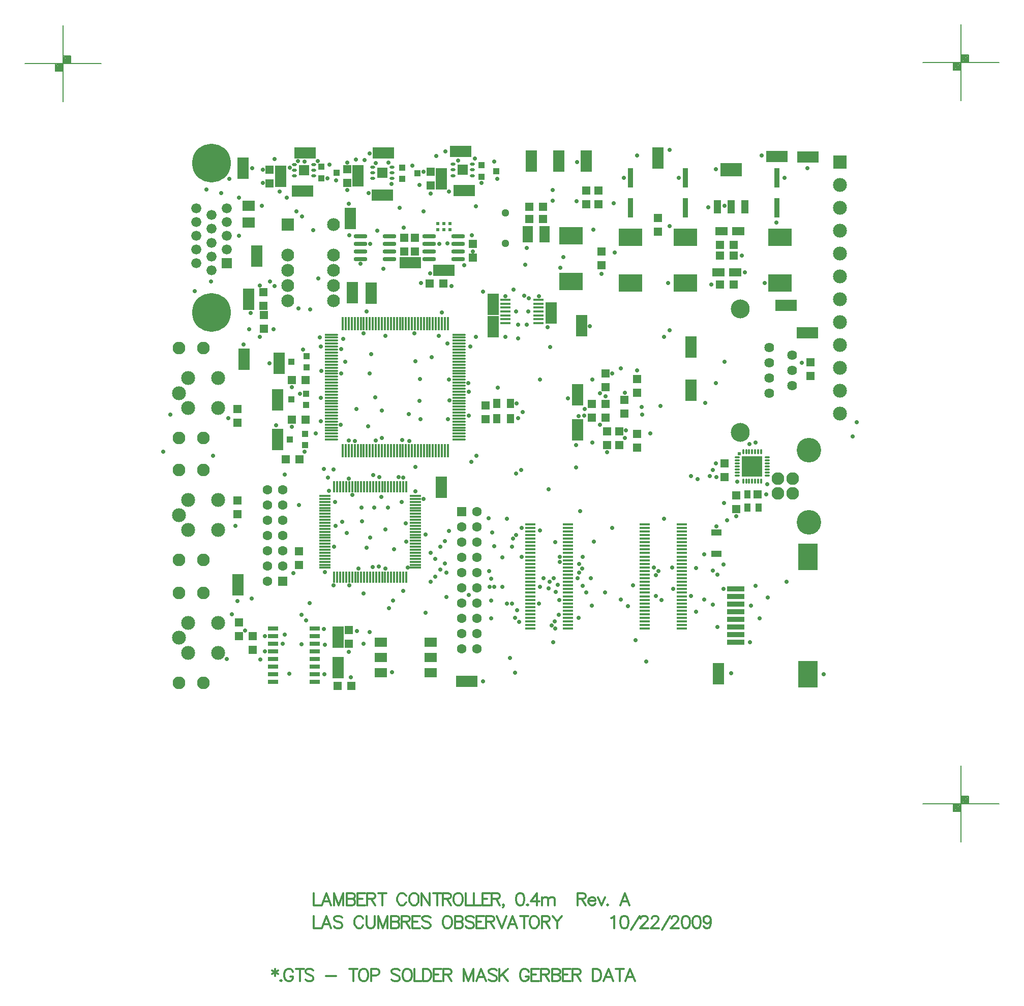
<source format=gts>
%FSLAX23Y23*%
%MOIN*%
G70*
G01*
G75*
G04 Layer_Color=8388736*
%ADD10R,0.050X0.050*%
%ADD11R,0.035X0.053*%
%ADD12R,0.053X0.053*%
%ADD13R,0.050X0.050*%
%ADD14R,0.070X0.135*%
%ADD15O,0.087X0.024*%
%ADD16R,0.135X0.070*%
%ADD17R,0.030X0.125*%
%ADD18R,0.078X0.048*%
%ADD19R,0.067X0.040*%
%ADD20R,0.037X0.035*%
%ADD21R,0.037X0.035*%
%ADD22R,0.065X0.012*%
%ADD23R,0.065X0.024*%
%ADD24R,0.075X0.063*%
%ADD25R,0.063X0.106*%
%ADD26R,0.150X0.110*%
%ADD27O,0.028X0.018*%
%ADD28R,0.067X0.067*%
%ADD29R,0.125X0.170*%
%ADD30R,0.110X0.030*%
%ADD31R,0.067X0.014*%
%ADD32O,0.083X0.012*%
%ADD33O,0.012X0.083*%
%ADD34R,0.138X0.085*%
%ADD35R,0.043X0.085*%
%ADD36R,0.043X0.085*%
%ADD37R,0.047X0.055*%
%ADD38O,0.012X0.071*%
%ADD39O,0.071X0.012*%
%ADD40R,0.075X0.059*%
%ADD41R,0.017X0.017*%
%ADD42R,0.134X0.134*%
%ADD43O,0.010X0.035*%
%ADD44O,0.035X0.010*%
%ADD45C,0.005*%
%ADD46C,0.010*%
%ADD47C,0.040*%
%ADD48C,0.020*%
%ADD49C,0.012*%
%ADD50C,0.008*%
%ADD51C,0.012*%
%ADD52C,0.012*%
%ADD53C,0.120*%
%ADD54C,0.060*%
%ADD55C,0.079*%
%ADD56C,0.087*%
%ADD57C,0.020*%
%ADD58C,0.059*%
%ADD59R,0.059X0.059*%
%ADD60C,0.080*%
%ADD61R,0.080X0.080*%
%ADD62C,0.157*%
%ADD63C,0.047*%
%ADD64R,0.087X0.087*%
%ADD65C,0.250*%
%ADD66R,0.062X0.062*%
%ADD67C,0.062*%
%ADD68C,0.030*%
%ADD69C,0.024*%
%ADD70C,0.028*%
%ADD71C,0.090*%
%ADD72C,0.050*%
%ADD73C,0.130*%
%ADD74C,0.103*%
%ADD75C,0.071*%
%ADD76C,0.030*%
%ADD77C,0.055*%
G04:AMPARAMS|DCode=78|XSize=100mil|YSize=100mil|CornerRadius=0mil|HoleSize=0mil|Usage=FLASHONLY|Rotation=0.000|XOffset=0mil|YOffset=0mil|HoleType=Round|Shape=Relief|Width=10mil|Gap=10mil|Entries=4|*
%AMTHD78*
7,0,0,0.100,0.080,0.010,45*
%
%ADD78THD78*%
%ADD79C,0.111*%
%ADD80C,0.056*%
%ADD81C,0.147*%
%ADD82C,0.044*%
%ADD83C,0.059*%
%ADD84C,0.048*%
%ADD85C,0.067*%
%ADD86C,0.140*%
%ADD87C,0.055*%
%ADD88C,0.036*%
G04:AMPARAMS|DCode=89|XSize=70mil|YSize=70mil|CornerRadius=0mil|HoleSize=0mil|Usage=FLASHONLY|Rotation=0.000|XOffset=0mil|YOffset=0mil|HoleType=Round|Shape=Relief|Width=10mil|Gap=10mil|Entries=4|*
%AMTHD89*
7,0,0,0.070,0.050,0.010,45*
%
%ADD89THD89*%
%ADD90C,0.033*%
G04:AMPARAMS|DCode=91|XSize=90mil|YSize=90mil|CornerRadius=0mil|HoleSize=0mil|Usage=FLASHONLY|Rotation=0.000|XOffset=0mil|YOffset=0mil|HoleType=Round|Shape=Relief|Width=10mil|Gap=10mil|Entries=4|*
%AMTHD91*
7,0,0,0.090,0.070,0.010,45*
%
%ADD91THD91*%
G04:AMPARAMS|DCode=92|XSize=111.181mil|YSize=111.181mil|CornerRadius=0mil|HoleSize=0mil|Usage=FLASHONLY|Rotation=0.000|XOffset=0mil|YOffset=0mil|HoleType=Round|Shape=Relief|Width=10mil|Gap=10mil|Entries=4|*
%AMTHD92*
7,0,0,0.111,0.091,0.010,45*
%
%ADD92THD92*%
G04:AMPARAMS|DCode=93|XSize=95.433mil|YSize=95.433mil|CornerRadius=0mil|HoleSize=0mil|Usage=FLASHONLY|Rotation=0.000|XOffset=0mil|YOffset=0mil|HoleType=Round|Shape=Relief|Width=10mil|Gap=10mil|Entries=4|*
%AMTHD93*
7,0,0,0.095,0.075,0.010,45*
%
%ADD93THD93*%
G04:AMPARAMS|DCode=94|XSize=150.551mil|YSize=150.551mil|CornerRadius=0mil|HoleSize=0mil|Usage=FLASHONLY|Rotation=0.000|XOffset=0mil|YOffset=0mil|HoleType=Round|Shape=Relief|Width=10mil|Gap=10mil|Entries=4|*
%AMTHD94*
7,0,0,0.151,0.131,0.010,45*
%
%ADD94THD94*%
G04:AMPARAMS|DCode=95|XSize=96.221mil|YSize=96.221mil|CornerRadius=0mil|HoleSize=0mil|Usage=FLASHONLY|Rotation=0.000|XOffset=0mil|YOffset=0mil|HoleType=Round|Shape=Relief|Width=10mil|Gap=10mil|Entries=4|*
%AMTHD95*
7,0,0,0.096,0.076,0.010,45*
%
%ADD95THD95*%
G04:AMPARAMS|DCode=96|XSize=107.244mil|YSize=107.244mil|CornerRadius=0mil|HoleSize=0mil|Usage=FLASHONLY|Rotation=0.000|XOffset=0mil|YOffset=0mil|HoleType=Round|Shape=Relief|Width=10mil|Gap=10mil|Entries=4|*
%AMTHD96*
7,0,0,0.107,0.087,0.010,45*
%
%ADD96THD96*%
G04:AMPARAMS|DCode=97|XSize=180mil|YSize=180mil|CornerRadius=0mil|HoleSize=0mil|Usage=FLASHONLY|Rotation=0.000|XOffset=0mil|YOffset=0mil|HoleType=Round|Shape=Relief|Width=10mil|Gap=10mil|Entries=4|*
%AMTHD97*
7,0,0,0.180,0.160,0.010,45*
%
%ADD97THD97*%
G04:AMPARAMS|DCode=98|XSize=95mil|YSize=95mil|CornerRadius=0mil|HoleSize=0mil|Usage=FLASHONLY|Rotation=0.000|XOffset=0mil|YOffset=0mil|HoleType=Round|Shape=Relief|Width=10mil|Gap=10mil|Entries=4|*
%AMTHD98*
7,0,0,0.095,0.075,0.010,45*
%
%ADD98THD98*%
G04:AMPARAMS|DCode=99|XSize=75.748mil|YSize=75.748mil|CornerRadius=0mil|HoleSize=0mil|Usage=FLASHONLY|Rotation=0.000|XOffset=0mil|YOffset=0mil|HoleType=Round|Shape=Relief|Width=10mil|Gap=10mil|Entries=4|*
%AMTHD99*
7,0,0,0.076,0.056,0.010,45*
%
%ADD99THD99*%
G04:AMPARAMS|DCode=100|XSize=73mil|YSize=73mil|CornerRadius=0mil|HoleSize=0mil|Usage=FLASHONLY|Rotation=0.000|XOffset=0mil|YOffset=0mil|HoleType=Round|Shape=Relief|Width=10mil|Gap=10mil|Entries=4|*
%AMTHD100*
7,0,0,0.073,0.053,0.010,45*
%
%ADD100THD100*%
%ADD101R,0.048X0.078*%
%ADD102R,0.200X0.040*%
%ADD103R,0.200X0.150*%
%ADD104R,0.106X0.150*%
%ADD105R,0.086X0.060*%
%ADD106R,0.130X0.094*%
%ADD107R,0.098X0.268*%
%ADD108R,0.035X0.037*%
%ADD109R,0.035X0.037*%
%ADD110C,0.010*%
%ADD111C,0.010*%
%ADD112C,0.007*%
%ADD113C,0.008*%
%ADD114C,0.024*%
%ADD115C,0.012*%
%ADD116C,0.012*%
%ADD117R,0.280X0.130*%
%ADD118R,0.054X0.054*%
%ADD119R,0.039X0.057*%
%ADD120R,0.057X0.057*%
%ADD121R,0.054X0.054*%
%ADD122R,0.074X0.139*%
%ADD123O,0.091X0.028*%
%ADD124R,0.139X0.074*%
%ADD125R,0.034X0.129*%
%ADD126R,0.082X0.052*%
%ADD127R,0.071X0.044*%
%ADD128R,0.041X0.039*%
%ADD129R,0.041X0.039*%
%ADD130R,0.069X0.016*%
%ADD131R,0.069X0.028*%
%ADD132R,0.079X0.067*%
%ADD133R,0.067X0.110*%
%ADD134R,0.154X0.114*%
%ADD135O,0.032X0.022*%
%ADD136R,0.071X0.071*%
%ADD137R,0.129X0.174*%
%ADD138R,0.114X0.034*%
%ADD139R,0.071X0.018*%
%ADD140O,0.087X0.016*%
%ADD141O,0.016X0.087*%
%ADD142R,0.142X0.089*%
%ADD143R,0.047X0.089*%
%ADD144R,0.047X0.089*%
%ADD145R,0.051X0.059*%
%ADD146O,0.016X0.075*%
%ADD147O,0.075X0.016*%
%ADD148R,0.079X0.063*%
%ADD149R,0.021X0.021*%
%ADD150R,0.138X0.138*%
%ADD151O,0.014X0.039*%
%ADD152O,0.039X0.014*%
%ADD153C,0.124*%
%ADD154C,0.064*%
%ADD155C,0.083*%
%ADD156C,0.091*%
%ADD157C,0.063*%
%ADD158R,0.063X0.063*%
%ADD159C,0.084*%
%ADD160R,0.084X0.084*%
%ADD161C,0.161*%
%ADD162R,0.004X0.004*%
%ADD163C,0.004*%
%ADD164C,0.051*%
%ADD165R,0.091X0.091*%
%ADD166C,0.254*%
%ADD167R,0.066X0.066*%
%ADD168C,0.066*%
%ADD169C,0.034*%
%ADD170C,0.032*%
D49*
X19300Y7993D02*
Y7947D01*
X19281Y7982D02*
X19319Y7959D01*
Y7982D02*
X19281Y7959D01*
X19339Y7921D02*
X19335Y7917D01*
X19339Y7913D01*
X19343Y7917D01*
X19339Y7921D01*
X19418Y7974D02*
X19414Y7982D01*
X19406Y7989D01*
X19399Y7993D01*
X19383D01*
X19376Y7989D01*
X19368Y7982D01*
X19364Y7974D01*
X19361Y7963D01*
Y7943D01*
X19364Y7932D01*
X19368Y7924D01*
X19376Y7917D01*
X19383Y7913D01*
X19399D01*
X19406Y7917D01*
X19414Y7924D01*
X19418Y7932D01*
Y7943D01*
X19399D02*
X19418D01*
X19463Y7993D02*
Y7913D01*
X19436Y7993D02*
X19489D01*
X19552Y7982D02*
X19545Y7989D01*
X19533Y7993D01*
X19518D01*
X19506Y7989D01*
X19499Y7982D01*
Y7974D01*
X19503Y7966D01*
X19506Y7963D01*
X19514Y7959D01*
X19537Y7951D01*
X19545Y7947D01*
X19548Y7943D01*
X19552Y7936D01*
Y7924D01*
X19545Y7917D01*
X19533Y7913D01*
X19518D01*
X19506Y7917D01*
X19499Y7924D01*
X19633Y7947D02*
X19701D01*
X19815Y7993D02*
Y7913D01*
X19788Y7993D02*
X19841D01*
X19874D02*
X19866Y7989D01*
X19858Y7982D01*
X19855Y7974D01*
X19851Y7963D01*
Y7943D01*
X19855Y7932D01*
X19858Y7924D01*
X19866Y7917D01*
X19874Y7913D01*
X19889D01*
X19896Y7917D01*
X19904Y7924D01*
X19908Y7932D01*
X19912Y7943D01*
Y7963D01*
X19908Y7974D01*
X19904Y7982D01*
X19896Y7989D01*
X19889Y7993D01*
X19874D01*
X19930Y7951D02*
X19965D01*
X19976Y7955D01*
X19980Y7959D01*
X19984Y7966D01*
Y7978D01*
X19980Y7985D01*
X19976Y7989D01*
X19965Y7993D01*
X19930D01*
Y7913D01*
X20118Y7982D02*
X20110Y7989D01*
X20099Y7993D01*
X20083D01*
X20072Y7989D01*
X20064Y7982D01*
Y7974D01*
X20068Y7966D01*
X20072Y7963D01*
X20080Y7959D01*
X20103Y7951D01*
X20110Y7947D01*
X20114Y7943D01*
X20118Y7936D01*
Y7924D01*
X20110Y7917D01*
X20099Y7913D01*
X20083D01*
X20072Y7917D01*
X20064Y7924D01*
X20159Y7993D02*
X20151Y7989D01*
X20143Y7982D01*
X20139Y7974D01*
X20136Y7963D01*
Y7943D01*
X20139Y7932D01*
X20143Y7924D01*
X20151Y7917D01*
X20159Y7913D01*
X20174D01*
X20181Y7917D01*
X20189Y7924D01*
X20193Y7932D01*
X20197Y7943D01*
Y7963D01*
X20193Y7974D01*
X20189Y7982D01*
X20181Y7989D01*
X20174Y7993D01*
X20159D01*
X20215D02*
Y7913D01*
X20261D01*
X20270Y7993D02*
Y7913D01*
Y7993D02*
X20296D01*
X20308Y7989D01*
X20315Y7982D01*
X20319Y7974D01*
X20323Y7963D01*
Y7943D01*
X20319Y7932D01*
X20315Y7924D01*
X20308Y7917D01*
X20296Y7913D01*
X20270D01*
X20390Y7993D02*
X20341D01*
Y7913D01*
X20390D01*
X20341Y7955D02*
X20371D01*
X20404Y7993D02*
Y7913D01*
Y7993D02*
X20438D01*
X20450Y7989D01*
X20453Y7985D01*
X20457Y7978D01*
Y7970D01*
X20453Y7963D01*
X20450Y7959D01*
X20438Y7955D01*
X20404D01*
X20430D02*
X20457Y7913D01*
X20538Y7993D02*
Y7913D01*
Y7993D02*
X20568Y7913D01*
X20599Y7993D02*
X20568Y7913D01*
X20599Y7993D02*
Y7913D01*
X20683D02*
X20652Y7993D01*
X20622Y7913D01*
X20633Y7940D02*
X20671D01*
X20755Y7982D02*
X20747Y7989D01*
X20736Y7993D01*
X20720D01*
X20709Y7989D01*
X20701Y7982D01*
Y7974D01*
X20705Y7966D01*
X20709Y7963D01*
X20717Y7959D01*
X20739Y7951D01*
X20747Y7947D01*
X20751Y7943D01*
X20755Y7936D01*
Y7924D01*
X20747Y7917D01*
X20736Y7913D01*
X20720D01*
X20709Y7917D01*
X20701Y7924D01*
X20772Y7993D02*
Y7913D01*
X20826Y7993D02*
X20772Y7940D01*
X20792Y7959D02*
X20826Y7913D01*
X20964Y7974D02*
X20960Y7982D01*
X20952Y7989D01*
X20945Y7993D01*
X20929D01*
X20922Y7989D01*
X20914Y7982D01*
X20910Y7974D01*
X20907Y7963D01*
Y7943D01*
X20910Y7932D01*
X20914Y7924D01*
X20922Y7917D01*
X20929Y7913D01*
X20945D01*
X20952Y7917D01*
X20960Y7924D01*
X20964Y7932D01*
Y7943D01*
X20945D02*
X20964D01*
X21031Y7993D02*
X20982D01*
Y7913D01*
X21031D01*
X20982Y7955D02*
X21012D01*
X21045Y7993D02*
Y7913D01*
Y7993D02*
X21079D01*
X21091Y7989D01*
X21094Y7985D01*
X21098Y7978D01*
Y7970D01*
X21094Y7963D01*
X21091Y7959D01*
X21079Y7955D01*
X21045D01*
X21071D02*
X21098Y7913D01*
X21116Y7993D02*
Y7913D01*
Y7993D02*
X21150D01*
X21162Y7989D01*
X21166Y7985D01*
X21169Y7978D01*
Y7970D01*
X21166Y7963D01*
X21162Y7959D01*
X21150Y7955D01*
X21116D02*
X21150D01*
X21162Y7951D01*
X21166Y7947D01*
X21169Y7940D01*
Y7928D01*
X21166Y7921D01*
X21162Y7917D01*
X21150Y7913D01*
X21116D01*
X21237Y7993D02*
X21187D01*
Y7913D01*
X21237D01*
X21187Y7955D02*
X21218D01*
X21250Y7993D02*
Y7913D01*
Y7993D02*
X21284D01*
X21296Y7989D01*
X21300Y7985D01*
X21303Y7978D01*
Y7970D01*
X21300Y7963D01*
X21296Y7959D01*
X21284Y7955D01*
X21250D01*
X21277D02*
X21303Y7913D01*
X21384Y7993D02*
Y7913D01*
Y7993D02*
X21411D01*
X21422Y7989D01*
X21430Y7982D01*
X21434Y7974D01*
X21437Y7963D01*
Y7943D01*
X21434Y7932D01*
X21430Y7924D01*
X21422Y7917D01*
X21411Y7913D01*
X21384D01*
X21516D02*
X21486Y7993D01*
X21455Y7913D01*
X21467Y7940D02*
X21505D01*
X21562Y7993D02*
Y7913D01*
X21535Y7993D02*
X21588D01*
X21659Y7913D02*
X21628Y7993D01*
X21598Y7913D01*
X21609Y7940D02*
X21647D01*
D50*
X17886Y13902D02*
Y13912D01*
X17881Y13902D02*
X17891D01*
Y13912D01*
X17881D02*
X17891D01*
X17881Y13902D02*
Y13912D01*
Y13897D02*
X17896D01*
Y13917D01*
X17876D02*
X17896D01*
X17876Y13897D02*
Y13917D01*
Y13892D02*
X17901D01*
Y13922D01*
X17871D02*
X17901D01*
X17871Y13892D02*
Y13922D01*
X17866Y13887D02*
X17906D01*
Y13927D01*
X17866D02*
X17906D01*
X17866Y13887D02*
Y13927D01*
X17936Y13952D02*
Y13962D01*
X17931Y13952D02*
X17941D01*
Y13962D01*
X17931D02*
X17941D01*
X17931Y13952D02*
Y13962D01*
Y13947D02*
X17946D01*
Y13967D01*
X17926D02*
X17946D01*
X17926Y13947D02*
Y13967D01*
Y13942D02*
X17951D01*
Y13972D01*
X17921D02*
X17951D01*
X17921Y13942D02*
Y13972D01*
X17916Y13937D02*
X17956D01*
Y13977D01*
X17916D02*
X17956D01*
X17916Y13937D02*
Y13977D01*
X17961Y13932D02*
Y13982D01*
X17911D02*
X17961D01*
X17861Y13882D02*
Y13932D01*
Y13882D02*
X17911D01*
X17661Y13932D02*
X18161D01*
X17911Y13682D02*
Y14182D01*
X23773Y13910D02*
Y13920D01*
X23768Y13910D02*
X23778D01*
Y13920D01*
X23768D02*
X23778D01*
X23768Y13910D02*
Y13920D01*
Y13905D02*
X23783D01*
Y13925D01*
X23763D02*
X23783D01*
X23763Y13905D02*
Y13925D01*
Y13900D02*
X23788D01*
Y13930D01*
X23758D02*
X23788D01*
X23758Y13900D02*
Y13930D01*
X23753Y13895D02*
X23793D01*
Y13935D01*
X23753D02*
X23793D01*
X23753Y13895D02*
Y13935D01*
X23823Y13960D02*
Y13970D01*
X23818Y13960D02*
X23828D01*
Y13970D01*
X23818D02*
X23828D01*
X23818Y13960D02*
Y13970D01*
Y13955D02*
X23833D01*
Y13975D01*
X23813D02*
X23833D01*
X23813Y13955D02*
Y13975D01*
Y13950D02*
X23838D01*
Y13980D01*
X23808D02*
X23838D01*
X23808Y13950D02*
Y13980D01*
X23803Y13945D02*
X23843D01*
Y13985D01*
X23803D02*
X23843D01*
X23803Y13945D02*
Y13985D01*
X23848Y13940D02*
Y13990D01*
X23798D02*
X23848D01*
X23748Y13890D02*
Y13940D01*
Y13890D02*
X23798D01*
X23548Y13940D02*
X24048D01*
X23798Y13690D02*
Y14190D01*
X23773Y9047D02*
Y9057D01*
X23768Y9047D02*
X23778D01*
Y9057D01*
X23768D02*
X23778D01*
X23768Y9047D02*
Y9057D01*
Y9042D02*
X23783D01*
Y9062D01*
X23763D02*
X23783D01*
X23763Y9042D02*
Y9062D01*
Y9037D02*
X23788D01*
Y9067D01*
X23758D02*
X23788D01*
X23758Y9037D02*
Y9067D01*
X23753Y9032D02*
X23793D01*
Y9072D01*
X23753D02*
X23793D01*
X23753Y9032D02*
Y9072D01*
X23823Y9097D02*
Y9107D01*
X23818Y9097D02*
X23828D01*
Y9107D01*
X23818D02*
X23828D01*
X23818Y9097D02*
Y9107D01*
Y9092D02*
X23833D01*
Y9112D01*
X23813D02*
X23833D01*
X23813Y9092D02*
Y9112D01*
Y9087D02*
X23838D01*
Y9117D01*
X23808D02*
X23838D01*
X23808Y9087D02*
Y9117D01*
X23803Y9082D02*
X23843D01*
Y9122D01*
X23803D02*
X23843D01*
X23803Y9082D02*
Y9122D01*
X23848Y9077D02*
Y9127D01*
X23798D02*
X23848D01*
X23748Y9027D02*
Y9077D01*
Y9027D02*
X23798D01*
X23548Y9077D02*
X24048D01*
X23798Y8827D02*
Y9327D01*
D51*
X19553Y8341D02*
Y8261D01*
X19599D01*
X19668D02*
X19638Y8341D01*
X19607Y8261D01*
X19619Y8287D02*
X19657D01*
X19740Y8329D02*
X19733Y8337D01*
X19721Y8341D01*
X19706D01*
X19695Y8337D01*
X19687Y8329D01*
Y8322D01*
X19691Y8314D01*
X19695Y8310D01*
X19702Y8306D01*
X19725Y8299D01*
X19733Y8295D01*
X19737Y8291D01*
X19740Y8283D01*
Y8272D01*
X19733Y8264D01*
X19721Y8261D01*
X19706D01*
X19695Y8264D01*
X19687Y8272D01*
X19878Y8322D02*
X19874Y8329D01*
X19867Y8337D01*
X19859Y8341D01*
X19844D01*
X19836Y8337D01*
X19829Y8329D01*
X19825Y8322D01*
X19821Y8310D01*
Y8291D01*
X19825Y8280D01*
X19829Y8272D01*
X19836Y8264D01*
X19844Y8261D01*
X19859D01*
X19867Y8264D01*
X19874Y8272D01*
X19878Y8280D01*
X19901Y8341D02*
Y8283D01*
X19905Y8272D01*
X19912Y8264D01*
X19924Y8261D01*
X19931D01*
X19943Y8264D01*
X19950Y8272D01*
X19954Y8283D01*
Y8341D01*
X19976D02*
Y8261D01*
Y8341D02*
X20007Y8261D01*
X20037Y8341D02*
X20007Y8261D01*
X20037Y8341D02*
Y8261D01*
X20060Y8341D02*
Y8261D01*
Y8341D02*
X20094D01*
X20106Y8337D01*
X20109Y8333D01*
X20113Y8325D01*
Y8318D01*
X20109Y8310D01*
X20106Y8306D01*
X20094Y8302D01*
X20060D02*
X20094D01*
X20106Y8299D01*
X20109Y8295D01*
X20113Y8287D01*
Y8276D01*
X20109Y8268D01*
X20106Y8264D01*
X20094Y8261D01*
X20060D01*
X20131Y8341D02*
Y8261D01*
Y8341D02*
X20165D01*
X20177Y8337D01*
X20181Y8333D01*
X20185Y8325D01*
Y8318D01*
X20181Y8310D01*
X20177Y8306D01*
X20165Y8302D01*
X20131D01*
X20158D02*
X20185Y8261D01*
X20252Y8341D02*
X20202D01*
Y8261D01*
X20252D01*
X20202Y8302D02*
X20233D01*
X20319Y8329D02*
X20311Y8337D01*
X20300Y8341D01*
X20284D01*
X20273Y8337D01*
X20265Y8329D01*
Y8322D01*
X20269Y8314D01*
X20273Y8310D01*
X20280Y8306D01*
X20303Y8299D01*
X20311Y8295D01*
X20315Y8291D01*
X20319Y8283D01*
Y8272D01*
X20311Y8264D01*
X20300Y8261D01*
X20284D01*
X20273Y8264D01*
X20265Y8272D01*
X20422Y8341D02*
X20415Y8337D01*
X20407Y8329D01*
X20403Y8322D01*
X20399Y8310D01*
Y8291D01*
X20403Y8280D01*
X20407Y8272D01*
X20415Y8264D01*
X20422Y8261D01*
X20437D01*
X20445Y8264D01*
X20453Y8272D01*
X20456Y8280D01*
X20460Y8291D01*
Y8310D01*
X20456Y8322D01*
X20453Y8329D01*
X20445Y8337D01*
X20437Y8341D01*
X20422D01*
X20479D02*
Y8261D01*
Y8341D02*
X20513D01*
X20525Y8337D01*
X20528Y8333D01*
X20532Y8325D01*
Y8318D01*
X20528Y8310D01*
X20525Y8306D01*
X20513Y8302D01*
X20479D02*
X20513D01*
X20525Y8299D01*
X20528Y8295D01*
X20532Y8287D01*
Y8276D01*
X20528Y8268D01*
X20525Y8264D01*
X20513Y8261D01*
X20479D01*
X20603Y8329D02*
X20596Y8337D01*
X20584Y8341D01*
X20569D01*
X20558Y8337D01*
X20550Y8329D01*
Y8322D01*
X20554Y8314D01*
X20558Y8310D01*
X20565Y8306D01*
X20588Y8299D01*
X20596Y8295D01*
X20600Y8291D01*
X20603Y8283D01*
Y8272D01*
X20596Y8264D01*
X20584Y8261D01*
X20569D01*
X20558Y8264D01*
X20550Y8272D01*
X20671Y8341D02*
X20621D01*
Y8261D01*
X20671D01*
X20621Y8302D02*
X20652D01*
X20684Y8341D02*
Y8261D01*
Y8341D02*
X20718D01*
X20730Y8337D01*
X20734Y8333D01*
X20738Y8325D01*
Y8318D01*
X20734Y8310D01*
X20730Y8306D01*
X20718Y8302D01*
X20684D01*
X20711D02*
X20738Y8261D01*
X20755Y8341D02*
X20786Y8261D01*
X20816Y8341D02*
X20786Y8261D01*
X20888D02*
X20857Y8341D01*
X20827Y8261D01*
X20838Y8287D02*
X20876D01*
X20933Y8341D02*
Y8261D01*
X20906Y8341D02*
X20960D01*
X20992D02*
X20984Y8337D01*
X20977Y8329D01*
X20973Y8322D01*
X20969Y8310D01*
Y8291D01*
X20973Y8280D01*
X20977Y8272D01*
X20984Y8264D01*
X20992Y8261D01*
X21007D01*
X21015Y8264D01*
X21022Y8272D01*
X21026Y8280D01*
X21030Y8291D01*
Y8310D01*
X21026Y8322D01*
X21022Y8329D01*
X21015Y8337D01*
X21007Y8341D01*
X20992D01*
X21049D02*
Y8261D01*
Y8341D02*
X21083D01*
X21094Y8337D01*
X21098Y8333D01*
X21102Y8325D01*
Y8318D01*
X21098Y8310D01*
X21094Y8306D01*
X21083Y8302D01*
X21049D01*
X21075D02*
X21102Y8261D01*
X21120Y8341D02*
X21150Y8302D01*
Y8261D01*
X21181Y8341D02*
X21150Y8302D01*
X21505Y8325D02*
X21513Y8329D01*
X21524Y8341D01*
Y8261D01*
X21587Y8341D02*
X21575Y8337D01*
X21568Y8325D01*
X21564Y8306D01*
Y8295D01*
X21568Y8276D01*
X21575Y8264D01*
X21587Y8261D01*
X21594D01*
X21606Y8264D01*
X21614Y8276D01*
X21617Y8295D01*
Y8306D01*
X21614Y8325D01*
X21606Y8337D01*
X21594Y8341D01*
X21587D01*
X21635Y8249D02*
X21689Y8341D01*
X21698Y8322D02*
Y8325D01*
X21702Y8333D01*
X21705Y8337D01*
X21713Y8341D01*
X21728D01*
X21736Y8337D01*
X21740Y8333D01*
X21743Y8325D01*
Y8318D01*
X21740Y8310D01*
X21732Y8299D01*
X21694Y8261D01*
X21747D01*
X21769Y8322D02*
Y8325D01*
X21773Y8333D01*
X21777Y8337D01*
X21784Y8341D01*
X21799D01*
X21807Y8337D01*
X21811Y8333D01*
X21815Y8325D01*
Y8318D01*
X21811Y8310D01*
X21803Y8299D01*
X21765Y8261D01*
X21818D01*
X21836Y8249D02*
X21890Y8341D01*
X21899Y8322D02*
Y8325D01*
X21903Y8333D01*
X21906Y8337D01*
X21914Y8341D01*
X21929D01*
X21937Y8337D01*
X21941Y8333D01*
X21945Y8325D01*
Y8318D01*
X21941Y8310D01*
X21933Y8299D01*
X21895Y8261D01*
X21948D01*
X21989Y8341D02*
X21978Y8337D01*
X21970Y8325D01*
X21966Y8306D01*
Y8295D01*
X21970Y8276D01*
X21978Y8264D01*
X21989Y8261D01*
X21997D01*
X22008Y8264D01*
X22016Y8276D01*
X22020Y8295D01*
Y8306D01*
X22016Y8325D01*
X22008Y8337D01*
X21997Y8341D01*
X21989D01*
X22060D02*
X22049Y8337D01*
X22041Y8325D01*
X22037Y8306D01*
Y8295D01*
X22041Y8276D01*
X22049Y8264D01*
X22060Y8261D01*
X22068D01*
X22079Y8264D01*
X22087Y8276D01*
X22091Y8295D01*
Y8306D01*
X22087Y8325D01*
X22079Y8337D01*
X22068Y8341D01*
X22060D01*
X22158Y8314D02*
X22154Y8302D01*
X22147Y8295D01*
X22135Y8291D01*
X22132D01*
X22120Y8295D01*
X22112Y8302D01*
X22109Y8314D01*
Y8318D01*
X22112Y8329D01*
X22120Y8337D01*
X22132Y8341D01*
X22135D01*
X22147Y8337D01*
X22154Y8329D01*
X22158Y8314D01*
Y8295D01*
X22154Y8276D01*
X22147Y8264D01*
X22135Y8261D01*
X22128D01*
X22116Y8264D01*
X22112Y8272D01*
D52*
X19553Y8491D02*
Y8411D01*
X19599D01*
X19668D02*
X19638Y8491D01*
X19607Y8411D01*
X19619Y8437D02*
X19657D01*
X19687Y8491D02*
Y8411D01*
Y8491D02*
X19718Y8411D01*
X19748Y8491D02*
X19718Y8411D01*
X19748Y8491D02*
Y8411D01*
X19771Y8491D02*
Y8411D01*
Y8491D02*
X19805D01*
X19817Y8487D01*
X19820Y8483D01*
X19824Y8475D01*
Y8468D01*
X19820Y8460D01*
X19817Y8456D01*
X19805Y8452D01*
X19771D02*
X19805D01*
X19817Y8449D01*
X19820Y8445D01*
X19824Y8437D01*
Y8426D01*
X19820Y8418D01*
X19817Y8414D01*
X19805Y8411D01*
X19771D01*
X19892Y8491D02*
X19842D01*
Y8411D01*
X19892D01*
X19842Y8452D02*
X19873D01*
X19905Y8491D02*
Y8411D01*
Y8491D02*
X19939D01*
X19951Y8487D01*
X19954Y8483D01*
X19958Y8475D01*
Y8468D01*
X19954Y8460D01*
X19951Y8456D01*
X19939Y8452D01*
X19905D01*
X19932D02*
X19958Y8411D01*
X20003Y8491D02*
Y8411D01*
X19976Y8491D02*
X20030D01*
X20159Y8472D02*
X20155Y8479D01*
X20148Y8487D01*
X20140Y8491D01*
X20125D01*
X20117Y8487D01*
X20109Y8479D01*
X20106Y8472D01*
X20102Y8460D01*
Y8441D01*
X20106Y8430D01*
X20109Y8422D01*
X20117Y8414D01*
X20125Y8411D01*
X20140D01*
X20148Y8414D01*
X20155Y8422D01*
X20159Y8430D01*
X20204Y8491D02*
X20197Y8487D01*
X20189Y8479D01*
X20185Y8472D01*
X20181Y8460D01*
Y8441D01*
X20185Y8430D01*
X20189Y8422D01*
X20197Y8414D01*
X20204Y8411D01*
X20220D01*
X20227Y8414D01*
X20235Y8422D01*
X20239Y8430D01*
X20242Y8441D01*
Y8460D01*
X20239Y8472D01*
X20235Y8479D01*
X20227Y8487D01*
X20220Y8491D01*
X20204D01*
X20261D02*
Y8411D01*
Y8491D02*
X20314Y8411D01*
Y8491D02*
Y8411D01*
X20363Y8491D02*
Y8411D01*
X20336Y8491D02*
X20390D01*
X20399D02*
Y8411D01*
Y8491D02*
X20434D01*
X20445Y8487D01*
X20449Y8483D01*
X20453Y8475D01*
Y8468D01*
X20449Y8460D01*
X20445Y8456D01*
X20434Y8452D01*
X20399D01*
X20426D02*
X20453Y8411D01*
X20493Y8491D02*
X20486Y8487D01*
X20478Y8479D01*
X20474Y8472D01*
X20471Y8460D01*
Y8441D01*
X20474Y8430D01*
X20478Y8422D01*
X20486Y8414D01*
X20493Y8411D01*
X20509D01*
X20516Y8414D01*
X20524Y8422D01*
X20528Y8430D01*
X20531Y8441D01*
Y8460D01*
X20528Y8472D01*
X20524Y8479D01*
X20516Y8487D01*
X20509Y8491D01*
X20493D01*
X20550D02*
Y8411D01*
X20596D01*
X20605Y8491D02*
Y8411D01*
X20650D01*
X20709Y8491D02*
X20659D01*
Y8411D01*
X20709D01*
X20659Y8452D02*
X20690D01*
X20722Y8491D02*
Y8411D01*
Y8491D02*
X20756D01*
X20768Y8487D01*
X20771Y8483D01*
X20775Y8475D01*
Y8468D01*
X20771Y8460D01*
X20768Y8456D01*
X20756Y8452D01*
X20722D01*
X20749D02*
X20775Y8411D01*
X20801Y8414D02*
X20797Y8411D01*
X20793Y8414D01*
X20797Y8418D01*
X20801Y8414D01*
Y8407D01*
X20797Y8399D01*
X20793Y8395D01*
X20904Y8491D02*
X20893Y8487D01*
X20885Y8475D01*
X20881Y8456D01*
Y8445D01*
X20885Y8426D01*
X20893Y8414D01*
X20904Y8411D01*
X20912D01*
X20923Y8414D01*
X20931Y8426D01*
X20934Y8445D01*
Y8456D01*
X20931Y8475D01*
X20923Y8487D01*
X20912Y8491D01*
X20904D01*
X20956Y8418D02*
X20952Y8414D01*
X20956Y8411D01*
X20960Y8414D01*
X20956Y8418D01*
X21016Y8491D02*
X20977Y8437D01*
X21035D01*
X21016Y8491D02*
Y8411D01*
X21049Y8464D02*
Y8411D01*
Y8449D02*
X21060Y8460D01*
X21068Y8464D01*
X21079D01*
X21087Y8460D01*
X21091Y8449D01*
Y8411D01*
Y8449D02*
X21102Y8460D01*
X21110Y8464D01*
X21121D01*
X21129Y8460D01*
X21133Y8449D01*
Y8411D01*
X21283Y8491D02*
Y8411D01*
Y8491D02*
X21318D01*
X21329Y8487D01*
X21333Y8483D01*
X21337Y8475D01*
Y8468D01*
X21333Y8460D01*
X21329Y8456D01*
X21318Y8452D01*
X21283D01*
X21310D02*
X21337Y8411D01*
X21355Y8441D02*
X21400D01*
Y8449D01*
X21396Y8456D01*
X21393Y8460D01*
X21385Y8464D01*
X21374D01*
X21366Y8460D01*
X21358Y8452D01*
X21355Y8441D01*
Y8433D01*
X21358Y8422D01*
X21366Y8414D01*
X21374Y8411D01*
X21385D01*
X21393Y8414D01*
X21400Y8422D01*
X21417Y8464D02*
X21440Y8411D01*
X21463Y8464D02*
X21440Y8411D01*
X21480Y8418D02*
X21476Y8414D01*
X21480Y8411D01*
X21484Y8414D01*
X21480Y8418D01*
X21625Y8411D02*
X21594Y8491D01*
X21564Y8411D01*
X21575Y8437D02*
X21614D01*
D69*
X20446Y12883D02*
D03*
X20406D02*
D03*
X20367D02*
D03*
Y12843D02*
D03*
X20406D02*
D03*
X20446D02*
D03*
D70*
X19308Y11561D02*
D03*
X19105Y10212D02*
D03*
X21136Y10226D02*
D03*
X19018Y10319D02*
D03*
X21113Y10248D02*
D03*
X20287Y10842D02*
D03*
Y10329D02*
D03*
X19147Y10423D02*
D03*
X20900Y10270D02*
D03*
X21135Y10272D02*
D03*
X21289Y10297D02*
D03*
X21124Y10136D02*
D03*
X21160Y10318D02*
D03*
X22410Y11435D02*
D03*
X22420Y10378D02*
D03*
X19527Y10393D02*
D03*
X20717Y10292D02*
D03*
X20718Y10409D02*
D03*
X21164Y10414D02*
D03*
X21431Y11562D02*
D03*
X21341Y10462D02*
D03*
X20075Y10410D02*
D03*
X21142Y10467D02*
D03*
X21318Y10508D02*
D03*
X22654Y10532D02*
D03*
X21094Y10490D02*
D03*
X20425Y10433D02*
D03*
X20424Y10592D02*
D03*
X20569Y10445D02*
D03*
X21154Y10514D02*
D03*
X20736Y10767D02*
D03*
Y10500D02*
D03*
X21284Y10557D02*
D03*
X20702Y10951D02*
D03*
X20703Y10602D02*
D03*
X20140Y10473D02*
D03*
X21099Y10533D02*
D03*
X20352Y10682D02*
D03*
X20351Y10568D02*
D03*
X20385Y10762D02*
D03*
X20384Y10612D02*
D03*
X21294Y10650D02*
D03*
X20413Y10800D02*
D03*
Y10652D02*
D03*
X21167Y10663D02*
D03*
X21103Y12073D02*
D03*
X21138Y10792D02*
D03*
X22060Y10336D02*
D03*
Y10622D02*
D03*
X22241Y10485D02*
D03*
Y10647D02*
D03*
X21785Y10628D02*
D03*
X22171Y10384D02*
D03*
X22169Y10605D02*
D03*
X21813Y10603D02*
D03*
X22027Y10440D02*
D03*
X21796Y10578D02*
D03*
X21568Y11933D02*
D03*
Y10415D02*
D03*
X22199Y10237D02*
D03*
X22200Y10581D02*
D03*
X21905Y10627D02*
D03*
X21909Y10485D02*
D03*
X22114Y10712D02*
D03*
Y10415D02*
D03*
X20862Y10815D02*
D03*
X19998Y11089D02*
D03*
X19951Y11021D02*
D03*
X19693Y11058D02*
D03*
X19869Y10931D02*
D03*
X19740Y10926D02*
D03*
X19696Y10899D02*
D03*
X19772Y10853D02*
D03*
X19686Y10763D02*
D03*
X19900Y10758D02*
D03*
X19846Y10619D02*
D03*
X20079Y10748D02*
D03*
X20170Y10625D02*
D03*
X20025Y10878D02*
D03*
X20157Y10917D02*
D03*
X19945Y11232D02*
D03*
X19957Y11742D02*
D03*
X20893Y11605D02*
D03*
X20885Y11704D02*
D03*
X21648Y10509D02*
D03*
X21613Y10372D02*
D03*
X21463Y10464D02*
D03*
X21377Y10377D02*
D03*
X21390Y10798D02*
D03*
X21369Y10557D02*
D03*
X21317Y10698D02*
D03*
X21060Y10557D02*
D03*
X21127Y10558D02*
D03*
X21166Y10698D02*
D03*
X20258Y12492D02*
D03*
X19220Y13238D02*
D03*
X19222Y13149D02*
D03*
X19774Y13282D02*
D03*
Y13104D02*
D03*
X20275Y13224D02*
D03*
X20320Y13079D02*
D03*
X19494Y13291D02*
D03*
X19452Y13292D02*
D03*
X19398Y13249D02*
D03*
X19644Y13180D02*
D03*
X19376Y13052D02*
D03*
X19699Y13165D02*
D03*
X21468Y11750D02*
D03*
X21330Y11668D02*
D03*
X21601Y11528D02*
D03*
X21289Y11620D02*
D03*
X21380Y11446D02*
D03*
X21478Y11382D02*
D03*
X19599Y11586D02*
D03*
X19602Y11741D02*
D03*
X19604Y11917D02*
D03*
X19599Y12076D02*
D03*
X19901Y12306D02*
D03*
X20393Y12301D02*
D03*
X20579Y12076D02*
D03*
X20568Y11838D02*
D03*
X20572Y11781D02*
D03*
X20570Y11623D02*
D03*
X20586Y11321D02*
D03*
X20135Y11463D02*
D03*
X19961Y11459D02*
D03*
X19785D02*
D03*
X19919Y11901D02*
D03*
X19930Y12026D02*
D03*
X19748Y12125D02*
D03*
X20220Y11979D02*
D03*
X20328Y12006D02*
D03*
X20252Y11862D02*
D03*
X20247Y11719D02*
D03*
X20253Y11600D02*
D03*
X20178Y11633D02*
D03*
X19999Y11656D02*
D03*
X19912Y11553D02*
D03*
X19835Y11665D02*
D03*
X19824Y11456D02*
D03*
X19731Y11564D02*
D03*
X19734Y11900D02*
D03*
X19735Y12059D02*
D03*
X19881Y12164D02*
D03*
X20215Y12162D02*
D03*
X20375Y12147D02*
D03*
X20432Y12095D02*
D03*
X20440Y11860D02*
D03*
X20443Y11722D02*
D03*
X20434Y11600D02*
D03*
X20179Y11455D02*
D03*
X19999Y11475D02*
D03*
X20316Y12555D02*
D03*
X20011Y12585D02*
D03*
X20591Y12805D02*
D03*
X20541Y12610D02*
D03*
X20376Y12750D02*
D03*
X19861Y12620D02*
D03*
X22491Y13329D02*
D03*
X22641Y13184D02*
D03*
X22586Y12889D02*
D03*
X22511Y12494D02*
D03*
X22381Y12564D02*
D03*
X22361Y12674D02*
D03*
X22141Y12989D02*
D03*
X21526Y12694D02*
D03*
X22191Y13239D02*
D03*
X22246Y12999D02*
D03*
X22161Y12484D02*
D03*
X21876Y12494D02*
D03*
X21946Y13184D02*
D03*
X21586D02*
D03*
X21277Y13029D02*
D03*
X21441Y12552D02*
D03*
X21386Y12843D02*
D03*
X21522Y13017D02*
D03*
X21281Y13288D02*
D03*
X21121Y13034D02*
D03*
X21191Y12664D02*
D03*
X21171Y12594D02*
D03*
X20951Y12724D02*
D03*
X20941Y12614D02*
D03*
X21121Y13104D02*
D03*
X19624Y9927D02*
D03*
X19621Y10224D02*
D03*
X19234Y10075D02*
D03*
X19235Y10177D02*
D03*
X19474Y10315D02*
D03*
X19475Y10124D02*
D03*
X19204Y10022D02*
D03*
X19365Y10188D02*
D03*
X19798Y9908D02*
D03*
X19784Y10074D02*
D03*
X20044Y13284D02*
D03*
X19921Y13343D02*
D03*
X20201Y13262D02*
D03*
X20065Y13142D02*
D03*
X19915Y13083D02*
D03*
X19656Y13271D02*
D03*
X19581Y13292D02*
D03*
X19960Y13281D02*
D03*
X19888Y13301D02*
D03*
X20248Y13137D02*
D03*
X20737Y13289D02*
D03*
X20756Y13176D02*
D03*
X20440Y13093D02*
D03*
X20500Y13296D02*
D03*
X20357Y13326D02*
D03*
X20653Y13150D02*
D03*
X20612Y13309D02*
D03*
X20418Y13356D02*
D03*
X19215Y13001D02*
D03*
X22755Y11971D02*
D03*
X20917Y10886D02*
D03*
X20914Y11265D02*
D03*
X20880Y10840D02*
D03*
Y11244D02*
D03*
X19620Y11274D02*
D03*
X19568Y11505D02*
D03*
X20717Y10553D02*
D03*
X20723Y10857D02*
D03*
X20319Y10532D02*
D03*
Y10724D02*
D03*
X20791Y10501D02*
D03*
X20790Y10694D02*
D03*
X20708Y10500D02*
D03*
X20819Y10391D02*
D03*
X20047Y10360D02*
D03*
X21038Y10500D02*
D03*
X21037Y10869D02*
D03*
X20441Y10865D02*
D03*
X20854Y10389D02*
D03*
X20853Y10762D02*
D03*
X21030Y10391D02*
D03*
X22449Y10507D02*
D03*
X22451Y11447D02*
D03*
X20886Y10345D02*
D03*
X20840Y10033D02*
D03*
X20873Y10296D02*
D03*
Y9935D02*
D03*
X19503Y10279D02*
D03*
X19457Y11038D02*
D03*
X19921Y10203D02*
D03*
X19923Y10822D02*
D03*
X19880Y10127D02*
D03*
Y10458D02*
D03*
X20918Y10698D02*
D03*
X20865Y12450D02*
D03*
X21038Y11859D02*
D03*
X21380D02*
D03*
X21299Y10996D02*
D03*
X22898Y9926D02*
D03*
X22291Y9933D02*
D03*
X22477Y10294D02*
D03*
X22530Y10431D02*
D03*
X22413Y10135D02*
D03*
X22325Y10962D02*
D03*
X22190Y11311D02*
D03*
X22520Y11106D02*
D03*
X22528Y11174D02*
D03*
X22330Y11191D02*
D03*
X22195Y11221D02*
D03*
X22170Y11266D02*
D03*
X22265Y10936D02*
D03*
X22150Y11226D02*
D03*
X22245Y11051D02*
D03*
X20665Y9881D02*
D03*
X19395Y9931D02*
D03*
X21735Y10011D02*
D03*
X19350Y10126D02*
D03*
X21665Y10151D02*
D03*
X19040Y10901D02*
D03*
X18985Y10026D02*
D03*
X19055Y10406D02*
D03*
X19420Y10591D02*
D03*
X20130Y11056D02*
D03*
X19410Y11551D02*
D03*
X19495Y11386D02*
D03*
X19465Y11766D02*
D03*
X19410Y11811D02*
D03*
X19485Y12056D02*
D03*
X19095Y12091D02*
D03*
X19130Y12191D02*
D03*
X19200Y12141D02*
D03*
X19140Y12296D02*
D03*
X18775Y12441D02*
D03*
X19290Y12191D02*
D03*
X20025Y12146D02*
D03*
X19970Y12836D02*
D03*
X19455Y12326D02*
D03*
X19530Y12321D02*
D03*
X20665Y12436D02*
D03*
X22195Y10896D02*
D03*
X20275Y11076D02*
D03*
X19785Y11211D02*
D03*
X20160Y10796D02*
D03*
X20025Y10621D02*
D03*
X19940Y10631D02*
D03*
X19685Y10511D02*
D03*
X22120Y11706D02*
D03*
X21703Y11679D02*
D03*
X21595Y11476D02*
D03*
X21430Y11771D02*
D03*
X21095Y11141D02*
D03*
X21365Y12211D02*
D03*
X20950Y12221D02*
D03*
X21030Y12406D02*
D03*
X20960Y12306D02*
D03*
X20880Y12306D02*
D03*
X20810Y12406D02*
D03*
X19150Y13246D02*
D03*
X22790D02*
D03*
X20221Y11126D02*
D03*
X20220Y11286D02*
D03*
X22026Y11228D02*
D03*
X22191Y11837D02*
D03*
X20141Y11217D02*
D03*
X22072Y11208D02*
D03*
X22247Y11976D02*
D03*
X19979Y10634D02*
D03*
X20111Y11219D02*
D03*
X20116Y12985D02*
D03*
X19984Y11219D02*
D03*
X19684Y11270D02*
D03*
X19784Y13014D02*
D03*
X19806Y11104D02*
D03*
X19653Y11130D02*
D03*
X19788Y12806D02*
D03*
X19476Y12931D02*
D03*
X19646Y11218D02*
D03*
X19593Y12135D02*
D03*
X21273Y11283D02*
D03*
Y11429D02*
D03*
X19364Y11235D02*
D03*
X19330Y13093D02*
D03*
X19626Y10597D02*
D03*
Y10119D02*
D03*
X19786Y10510D02*
D03*
X19837Y10210D02*
D03*
X20620Y11359D02*
D03*
X18893D02*
D03*
X23086Y11488D02*
D03*
X21706Y11629D02*
D03*
X23115Y11581D02*
D03*
X20923Y11648D02*
D03*
X18994Y11608D02*
D03*
X21328Y11622D02*
D03*
X21887Y12183D02*
D03*
X21761Y11505D02*
D03*
X21594Y11773D02*
D03*
X21221Y11735D02*
D03*
X19761Y11976D02*
D03*
X21512Y11901D02*
D03*
X21674Y11920D02*
D03*
Y13331D02*
D03*
X21887Y13367D02*
D03*
X20457Y12472D02*
D03*
X20432Y12753D02*
D03*
X20596Y12699D02*
D03*
X19925Y12749D02*
D03*
X20145Y12858D02*
D03*
X21827Y11685D02*
D03*
X20759Y11807D02*
D03*
X19065Y13052D02*
D03*
X19063Y12802D02*
D03*
X19832Y13302D02*
D03*
X19296Y13305D02*
D03*
Y12473D02*
D03*
X18948Y13083D02*
D03*
X20273Y12964D02*
D03*
X19442Y12962D02*
D03*
X18851Y13107D02*
D03*
X18999Y13176D02*
D03*
X19550Y12839D02*
D03*
X18568Y11388D02*
D03*
X18614Y11630D02*
D03*
X18882Y12503D02*
D03*
X19266D02*
D03*
X19265Y11965D02*
D03*
X21888Y12867D02*
D03*
X21849Y10947D02*
D03*
X21509Y10888D02*
D03*
X20820Y10948D02*
D03*
X20810Y12139D02*
D03*
X21850D02*
D03*
X20893Y12221D02*
D03*
Y12131D02*
D03*
X20616Y12139D02*
D03*
X20618Y12995D02*
D03*
X19199Y12478D02*
D03*
X19583Y12523D02*
D03*
X20935Y12410D02*
D03*
X21087Y12204D02*
D03*
X20965Y12392D02*
D03*
X20068Y9941D02*
D03*
X21797Y10439D02*
D03*
X21833Y10414D02*
D03*
X20042Y11019D02*
D03*
X19868Y11020D02*
D03*
X21293Y10594D02*
D03*
X21315Y10621D02*
D03*
D118*
X19773Y13240D02*
D03*
Y13150D02*
D03*
X20596Y12750D02*
D03*
Y12660D02*
D03*
X20216Y12700D02*
D03*
Y12790D02*
D03*
X20146D02*
D03*
Y12700D02*
D03*
X21441Y12699D02*
D03*
Y12609D02*
D03*
X22810Y11973D02*
D03*
Y11883D02*
D03*
X19055Y11576D02*
D03*
Y11666D02*
D03*
X21341Y13009D02*
D03*
Y13099D02*
D03*
X19785Y10216D02*
D03*
Y10126D02*
D03*
X21478Y11521D02*
D03*
Y11431D02*
D03*
X22247Y11310D02*
D03*
Y11220D02*
D03*
X21811Y12829D02*
D03*
Y12919D02*
D03*
X21421Y13099D02*
D03*
Y13009D02*
D03*
X19226Y12193D02*
D03*
Y12283D02*
D03*
X21468Y11701D02*
D03*
Y11611D02*
D03*
X21558Y11431D02*
D03*
Y11521D02*
D03*
X21675Y11774D02*
D03*
Y11864D02*
D03*
X21591Y11636D02*
D03*
Y11726D02*
D03*
X21378Y11611D02*
D03*
Y11701D02*
D03*
X21675Y11504D02*
D03*
Y11414D02*
D03*
X19263Y13238D02*
D03*
Y13148D02*
D03*
X20320Y13224D02*
D03*
Y13134D02*
D03*
X19224Y12433D02*
D03*
Y12343D02*
D03*
X20679Y11601D02*
D03*
Y11691D02*
D03*
X21468Y11811D02*
D03*
Y11901D02*
D03*
X19055Y10976D02*
D03*
Y11066D02*
D03*
X19155Y10176D02*
D03*
Y10086D02*
D03*
X19065Y10176D02*
D03*
Y10266D02*
D03*
X22325Y11009D02*
D03*
Y11099D02*
D03*
X19456Y10642D02*
D03*
Y10732D02*
D03*
D119*
X22397Y11106D02*
D03*
Y11020D02*
D03*
X22471D02*
D03*
D120*
X22464Y11106D02*
D03*
D121*
X19372Y11337D02*
D03*
X19462D02*
D03*
X19412Y11597D02*
D03*
X19502D02*
D03*
X19412Y11857D02*
D03*
X19502D02*
D03*
X22306Y12484D02*
D03*
X22216D02*
D03*
Y12744D02*
D03*
X22306D02*
D03*
X22216Y12674D02*
D03*
X22306D02*
D03*
X21056Y12914D02*
D03*
X20966D02*
D03*
X21056Y12994D02*
D03*
X20966D02*
D03*
X19710Y9851D02*
D03*
X19800D02*
D03*
X20405Y12491D02*
D03*
X20315D02*
D03*
D122*
X19317Y11467D02*
D03*
X19327Y11967D02*
D03*
X19317Y11727D02*
D03*
X21110Y12298D02*
D03*
X19807Y12429D02*
D03*
X19932Y12427D02*
D03*
X19056Y10512D02*
D03*
X19091Y13245D02*
D03*
X21309Y12213D02*
D03*
X22208Y9930D02*
D03*
X22028Y12074D02*
D03*
Y11789D02*
D03*
X19715Y10171D02*
D03*
X21161Y13294D02*
D03*
X21341D02*
D03*
X20981D02*
D03*
X19715Y9971D02*
D03*
X21285Y11529D02*
D03*
Y11759D02*
D03*
X19337Y13194D02*
D03*
X19843Y13196D02*
D03*
X20391Y13178D02*
D03*
X19128Y12388D02*
D03*
X20729Y12207D02*
D03*
X20731Y12353D02*
D03*
X20392Y11152D02*
D03*
X19793Y12915D02*
D03*
X21811Y13314D02*
D03*
X19182Y12669D02*
D03*
X19096Y11994D02*
D03*
D123*
X20051Y12650D02*
D03*
Y12700D02*
D03*
Y12750D02*
D03*
Y12800D02*
D03*
X19862Y12650D02*
D03*
Y12700D02*
D03*
Y12750D02*
D03*
Y12800D02*
D03*
X20501Y12650D02*
D03*
Y12700D02*
D03*
Y12750D02*
D03*
Y12800D02*
D03*
X20312Y12650D02*
D03*
Y12700D02*
D03*
Y12750D02*
D03*
Y12800D02*
D03*
D124*
X20406Y12575D02*
D03*
X20186Y12625D02*
D03*
X19496Y13346D02*
D03*
X22794Y13319D02*
D03*
X22790Y12167D02*
D03*
X19482Y13097D02*
D03*
X20004Y13070D02*
D03*
X20542Y13100D02*
D03*
X20518Y13356D02*
D03*
X20009Y13348D02*
D03*
X22591Y13324D02*
D03*
X22650Y12346D02*
D03*
X20557Y9880D02*
D03*
D125*
X21991Y12986D02*
D03*
Y13182D02*
D03*
X21631Y12986D02*
D03*
Y13182D02*
D03*
X22591Y12986D02*
D03*
Y13182D02*
D03*
D126*
X22316Y12564D02*
D03*
X22206D02*
D03*
X22226Y12834D02*
D03*
X22336D02*
D03*
D127*
X22194Y10857D02*
D03*
Y10715D02*
D03*
D128*
X19703Y13218D02*
D03*
X19605Y13255D02*
D03*
X20751Y13228D02*
D03*
X20653Y13265D02*
D03*
X19408Y11977D02*
D03*
X19506Y11940D02*
D03*
X20233Y13213D02*
D03*
X20135Y13250D02*
D03*
X19406Y11730D02*
D03*
X19504Y11693D02*
D03*
X19398Y11467D02*
D03*
X19496Y11430D02*
D03*
D129*
X19605Y13180D02*
D03*
X20653Y13191D02*
D03*
X19506Y12014D02*
D03*
X20135Y13176D02*
D03*
X19504Y11767D02*
D03*
X19496Y11504D02*
D03*
D130*
X20810Y12383D02*
D03*
Y12357D02*
D03*
Y12332D02*
D03*
Y12306D02*
D03*
Y12280D02*
D03*
Y12255D02*
D03*
Y12229D02*
D03*
X21028Y12383D02*
D03*
Y12357D02*
D03*
Y12332D02*
D03*
Y12306D02*
D03*
Y12280D02*
D03*
Y12255D02*
D03*
Y12229D02*
D03*
D131*
X19562Y9876D02*
D03*
Y9926D02*
D03*
Y9976D02*
D03*
Y10026D02*
D03*
Y10076D02*
D03*
Y10126D02*
D03*
Y10176D02*
D03*
Y10226D02*
D03*
X19288Y9876D02*
D03*
Y9926D02*
D03*
Y9976D02*
D03*
Y10026D02*
D03*
Y10076D02*
D03*
Y10126D02*
D03*
Y10176D02*
D03*
Y10226D02*
D03*
D132*
X19128Y13001D02*
D03*
Y12891D02*
D03*
D133*
X20956Y12814D02*
D03*
X21066D02*
D03*
D134*
X21241Y12804D02*
D03*
Y12504D02*
D03*
X22611Y12794D02*
D03*
Y12494D02*
D03*
X21991Y12794D02*
D03*
Y12494D02*
D03*
X21631Y12794D02*
D03*
Y12494D02*
D03*
D135*
X19427Y13271D02*
D03*
Y13234D02*
D03*
Y13196D02*
D03*
X19553D02*
D03*
Y13234D02*
D03*
Y13271D02*
D03*
X19940Y13254D02*
D03*
Y13217D02*
D03*
Y13180D02*
D03*
X20066D02*
D03*
Y13217D02*
D03*
Y13254D02*
D03*
X20468Y13272D02*
D03*
Y13235D02*
D03*
Y13198D02*
D03*
X20594D02*
D03*
Y13235D02*
D03*
Y13272D02*
D03*
D136*
X19490Y13234D02*
D03*
X20003Y13217D02*
D03*
X20531Y13235D02*
D03*
D137*
X22795Y9926D02*
D03*
Y10696D02*
D03*
D138*
X22320Y10136D02*
D03*
Y10186D02*
D03*
Y10236D02*
D03*
Y10286D02*
D03*
Y10336D02*
D03*
Y10386D02*
D03*
Y10436D02*
D03*
Y10486D02*
D03*
D139*
X20975Y10911D02*
D03*
Y10887D02*
D03*
Y10863D02*
D03*
Y10840D02*
D03*
Y10816D02*
D03*
Y10792D02*
D03*
Y10769D02*
D03*
Y10745D02*
D03*
Y10722D02*
D03*
Y10698D02*
D03*
Y10674D02*
D03*
Y10651D02*
D03*
Y10627D02*
D03*
Y10603D02*
D03*
Y10580D02*
D03*
Y10556D02*
D03*
Y10533D02*
D03*
Y10509D02*
D03*
Y10485D02*
D03*
Y10462D02*
D03*
Y10438D02*
D03*
Y10414D02*
D03*
Y10391D02*
D03*
Y10367D02*
D03*
Y10344D02*
D03*
Y10320D02*
D03*
Y10296D02*
D03*
Y10273D02*
D03*
Y10249D02*
D03*
Y10225D02*
D03*
X21219D02*
D03*
Y10249D02*
D03*
Y10273D02*
D03*
Y10296D02*
D03*
Y10320D02*
D03*
Y10344D02*
D03*
Y10367D02*
D03*
Y10391D02*
D03*
Y10414D02*
D03*
Y10438D02*
D03*
Y10462D02*
D03*
Y10485D02*
D03*
Y10509D02*
D03*
Y10533D02*
D03*
Y10556D02*
D03*
Y10580D02*
D03*
Y10603D02*
D03*
Y10627D02*
D03*
Y10651D02*
D03*
Y10674D02*
D03*
Y10698D02*
D03*
Y10722D02*
D03*
Y10745D02*
D03*
Y10769D02*
D03*
Y10792D02*
D03*
Y10816D02*
D03*
Y10840D02*
D03*
Y10863D02*
D03*
Y10887D02*
D03*
Y10911D02*
D03*
X21723Y10225D02*
D03*
X21967Y10911D02*
D03*
Y10887D02*
D03*
Y10863D02*
D03*
Y10840D02*
D03*
Y10816D02*
D03*
Y10792D02*
D03*
Y10769D02*
D03*
Y10745D02*
D03*
Y10722D02*
D03*
Y10698D02*
D03*
Y10674D02*
D03*
Y10651D02*
D03*
Y10627D02*
D03*
Y10603D02*
D03*
Y10580D02*
D03*
Y10556D02*
D03*
Y10533D02*
D03*
Y10509D02*
D03*
Y10485D02*
D03*
Y10462D02*
D03*
Y10438D02*
D03*
Y10414D02*
D03*
Y10391D02*
D03*
Y10367D02*
D03*
Y10344D02*
D03*
Y10320D02*
D03*
Y10296D02*
D03*
Y10273D02*
D03*
Y10249D02*
D03*
Y10225D02*
D03*
X21723Y10249D02*
D03*
Y10273D02*
D03*
Y10296D02*
D03*
Y10320D02*
D03*
Y10344D02*
D03*
Y10367D02*
D03*
Y10391D02*
D03*
Y10414D02*
D03*
Y10438D02*
D03*
Y10462D02*
D03*
Y10485D02*
D03*
Y10509D02*
D03*
Y10533D02*
D03*
Y10556D02*
D03*
Y10580D02*
D03*
Y10603D02*
D03*
Y10627D02*
D03*
Y10651D02*
D03*
Y10674D02*
D03*
Y10698D02*
D03*
Y10722D02*
D03*
Y10745D02*
D03*
Y10769D02*
D03*
Y10792D02*
D03*
Y10816D02*
D03*
Y10840D02*
D03*
Y10863D02*
D03*
Y10887D02*
D03*
Y10911D02*
D03*
D140*
X20506Y12154D02*
D03*
Y12135D02*
D03*
Y12115D02*
D03*
Y12095D02*
D03*
Y12076D02*
D03*
Y12056D02*
D03*
Y12036D02*
D03*
Y12017D02*
D03*
Y11997D02*
D03*
Y11977D02*
D03*
Y11958D02*
D03*
Y11938D02*
D03*
Y11918D02*
D03*
Y11899D02*
D03*
Y11879D02*
D03*
Y11859D02*
D03*
Y11840D02*
D03*
Y11820D02*
D03*
Y11800D02*
D03*
Y11780D02*
D03*
Y11761D02*
D03*
Y11741D02*
D03*
Y11721D02*
D03*
Y11702D02*
D03*
Y11682D02*
D03*
Y11662D02*
D03*
Y11643D02*
D03*
Y11623D02*
D03*
Y11603D02*
D03*
Y11584D02*
D03*
Y11564D02*
D03*
Y11544D02*
D03*
Y11525D02*
D03*
Y11505D02*
D03*
Y11485D02*
D03*
Y11466D02*
D03*
X19672D02*
D03*
Y11485D02*
D03*
Y11505D02*
D03*
Y11525D02*
D03*
Y11544D02*
D03*
Y11564D02*
D03*
Y11584D02*
D03*
Y11603D02*
D03*
Y11623D02*
D03*
Y11643D02*
D03*
Y11662D02*
D03*
Y11682D02*
D03*
Y11702D02*
D03*
Y11721D02*
D03*
Y11741D02*
D03*
Y11761D02*
D03*
Y11780D02*
D03*
Y11800D02*
D03*
Y11820D02*
D03*
Y11840D02*
D03*
Y11859D02*
D03*
Y11879D02*
D03*
Y11899D02*
D03*
Y11918D02*
D03*
Y11938D02*
D03*
Y11958D02*
D03*
Y11977D02*
D03*
Y11997D02*
D03*
Y12017D02*
D03*
Y12036D02*
D03*
Y12056D02*
D03*
Y12076D02*
D03*
Y12095D02*
D03*
Y12115D02*
D03*
Y12135D02*
D03*
Y12154D02*
D03*
D141*
X20433Y11393D02*
D03*
X20414D02*
D03*
X20394D02*
D03*
X20374D02*
D03*
X20355D02*
D03*
X20335D02*
D03*
X20315D02*
D03*
X20296D02*
D03*
X20276D02*
D03*
X20256D02*
D03*
X20237D02*
D03*
X20217D02*
D03*
X20197D02*
D03*
X20178D02*
D03*
X20158D02*
D03*
X20138D02*
D03*
X20119D02*
D03*
X20099D02*
D03*
X20079D02*
D03*
X20059D02*
D03*
X20040D02*
D03*
X20020D02*
D03*
X20000D02*
D03*
X19981D02*
D03*
X19961D02*
D03*
X19941D02*
D03*
X19922D02*
D03*
X19902D02*
D03*
X19882D02*
D03*
X19863D02*
D03*
X19843D02*
D03*
X19823D02*
D03*
X19804D02*
D03*
X19784D02*
D03*
X19764D02*
D03*
X19745D02*
D03*
Y12227D02*
D03*
X19764D02*
D03*
X19784D02*
D03*
X19804D02*
D03*
X19823D02*
D03*
X19843D02*
D03*
X19863D02*
D03*
X19882D02*
D03*
X19902D02*
D03*
X19922D02*
D03*
X19941D02*
D03*
X19961D02*
D03*
X19981D02*
D03*
X20000D02*
D03*
X20020D02*
D03*
X20040D02*
D03*
X20059D02*
D03*
X20079D02*
D03*
X20099D02*
D03*
X20119D02*
D03*
X20138D02*
D03*
X20158D02*
D03*
X20178D02*
D03*
X20197D02*
D03*
X20217D02*
D03*
X20237D02*
D03*
X20256D02*
D03*
X20276D02*
D03*
X20296D02*
D03*
X20315D02*
D03*
X20335D02*
D03*
X20355D02*
D03*
X20374D02*
D03*
X20394D02*
D03*
X20414D02*
D03*
X20433D02*
D03*
D142*
X22291Y13236D02*
D03*
D143*
X22382Y12992D02*
D03*
X22200D02*
D03*
D144*
X22291D02*
D03*
D145*
X20843Y11704D02*
D03*
X20753D02*
D03*
Y11604D02*
D03*
X20843D02*
D03*
D146*
X19688Y11158D02*
D03*
X19707D02*
D03*
X19727D02*
D03*
X19747D02*
D03*
X19767D02*
D03*
X19786D02*
D03*
X19806D02*
D03*
X19826D02*
D03*
X19845D02*
D03*
X19865D02*
D03*
X19885D02*
D03*
X19904D02*
D03*
X19924D02*
D03*
X19944D02*
D03*
X19963D02*
D03*
X19983D02*
D03*
X20003D02*
D03*
X20022D02*
D03*
X20042D02*
D03*
X20062D02*
D03*
X20081D02*
D03*
X20101D02*
D03*
X20121D02*
D03*
X20141D02*
D03*
X20160D02*
D03*
Y10564D02*
D03*
X20141D02*
D03*
X20121D02*
D03*
X20101D02*
D03*
X20081D02*
D03*
X20062D02*
D03*
X20042D02*
D03*
X20022D02*
D03*
X20003D02*
D03*
X19983D02*
D03*
X19963D02*
D03*
X19944D02*
D03*
X19924D02*
D03*
X19904D02*
D03*
X19885D02*
D03*
X19865D02*
D03*
X19845D02*
D03*
X19826D02*
D03*
X19806D02*
D03*
X19786D02*
D03*
X19767D02*
D03*
X19747D02*
D03*
X19727D02*
D03*
X19707D02*
D03*
X19688D02*
D03*
D147*
X20221Y11097D02*
D03*
Y11078D02*
D03*
Y11058D02*
D03*
Y11038D02*
D03*
Y11018D02*
D03*
Y10999D02*
D03*
Y10979D02*
D03*
Y10959D02*
D03*
Y10940D02*
D03*
Y10920D02*
D03*
Y10900D02*
D03*
Y10881D02*
D03*
Y10861D02*
D03*
Y10841D02*
D03*
Y10822D02*
D03*
Y10802D02*
D03*
Y10782D02*
D03*
Y10763D02*
D03*
Y10743D02*
D03*
Y10723D02*
D03*
Y10704D02*
D03*
Y10684D02*
D03*
Y10664D02*
D03*
Y10644D02*
D03*
Y10625D02*
D03*
X19627D02*
D03*
Y10644D02*
D03*
Y10664D02*
D03*
Y10684D02*
D03*
Y10704D02*
D03*
Y10723D02*
D03*
Y10743D02*
D03*
Y10763D02*
D03*
Y10782D02*
D03*
Y10802D02*
D03*
Y10822D02*
D03*
Y10841D02*
D03*
Y10861D02*
D03*
Y10881D02*
D03*
Y10900D02*
D03*
Y10920D02*
D03*
Y10940D02*
D03*
Y10959D02*
D03*
Y10979D02*
D03*
Y10999D02*
D03*
Y11018D02*
D03*
Y11038D02*
D03*
Y11058D02*
D03*
Y11078D02*
D03*
Y11097D02*
D03*
D148*
X20322Y9936D02*
D03*
Y10036D02*
D03*
Y10136D02*
D03*
X19994Y9936D02*
D03*
Y10036D02*
D03*
Y10136D02*
D03*
D149*
X22345Y11373D02*
D03*
D150*
X22428Y11290D02*
D03*
D151*
X22369Y11388D02*
D03*
X22389D02*
D03*
X22408D02*
D03*
X22428D02*
D03*
X22448D02*
D03*
X22467D02*
D03*
X22487D02*
D03*
Y11192D02*
D03*
X22467D02*
D03*
X22448D02*
D03*
X22428D02*
D03*
X22408D02*
D03*
X22389D02*
D03*
X22369D02*
D03*
D152*
X22526Y11349D02*
D03*
Y11329D02*
D03*
Y11310D02*
D03*
Y11290D02*
D03*
Y11270D02*
D03*
Y11251D02*
D03*
Y11231D02*
D03*
X22330D02*
D03*
Y11251D02*
D03*
Y11270D02*
D03*
Y11290D02*
D03*
Y11310D02*
D03*
Y11329D02*
D03*
Y11349D02*
D03*
D153*
X22352Y12323D02*
D03*
Y11513D02*
D03*
D154*
X22539Y12069D02*
D03*
X22692Y12019D02*
D03*
X22539Y11969D02*
D03*
X22692Y11919D02*
D03*
X22539Y11869D02*
D03*
X22692Y11819D02*
D03*
X22539Y11769D02*
D03*
D155*
X18672Y12066D02*
D03*
Y11476D02*
D03*
X18830D02*
D03*
Y12066D02*
D03*
X18672Y10460D02*
D03*
Y9869D02*
D03*
X18830D02*
D03*
Y10460D02*
D03*
X22694Y11210D02*
D03*
Y11112D02*
D03*
X22596D02*
D03*
Y11210D02*
D03*
X18830Y10676D02*
D03*
Y11266D02*
D03*
X18672D02*
D03*
Y10676D02*
D03*
D156*
Y11771D02*
D03*
X18928Y11869D02*
D03*
X18732D02*
D03*
Y11673D02*
D03*
X18928D02*
D03*
X18672Y10165D02*
D03*
X18928Y10263D02*
D03*
X18732D02*
D03*
Y10066D02*
D03*
X18928D02*
D03*
X23005Y11636D02*
D03*
Y11786D02*
D03*
Y11936D02*
D03*
Y12086D02*
D03*
Y12236D02*
D03*
Y12386D02*
D03*
Y12536D02*
D03*
Y12686D02*
D03*
Y12836D02*
D03*
Y12986D02*
D03*
Y13136D02*
D03*
X18928Y11069D02*
D03*
X18732D02*
D03*
Y10873D02*
D03*
X18928D02*
D03*
X18672Y10971D02*
D03*
D157*
X20623Y10093D02*
D03*
X20523D02*
D03*
X20623Y10193D02*
D03*
X20523D02*
D03*
X20623Y10293D02*
D03*
X20523D02*
D03*
X20623Y10393D02*
D03*
X20523D02*
D03*
X20623Y10493D02*
D03*
X20523D02*
D03*
X20623Y10593D02*
D03*
X20523D02*
D03*
X20623Y10693D02*
D03*
X20523D02*
D03*
X20623Y10793D02*
D03*
X20523D02*
D03*
X20623Y10893D02*
D03*
X20523D02*
D03*
X20623Y10993D02*
D03*
X19249Y10537D02*
D03*
X19349Y10637D02*
D03*
X19249D02*
D03*
X19349Y10737D02*
D03*
X19249D02*
D03*
X19349Y10837D02*
D03*
X19249D02*
D03*
X19349Y10937D02*
D03*
X19249D02*
D03*
X19349Y11037D02*
D03*
X19249D02*
D03*
X19349Y11137D02*
D03*
X19249D02*
D03*
D158*
X20523Y10993D02*
D03*
X19349Y10537D02*
D03*
D159*
X19684Y12876D02*
D03*
Y12676D02*
D03*
Y12376D02*
D03*
X19384Y12576D02*
D03*
Y12676D02*
D03*
Y12476D02*
D03*
Y12376D02*
D03*
X19684Y12476D02*
D03*
Y12576D02*
D03*
D160*
X19384Y12876D02*
D03*
D161*
X22801Y11398D02*
D03*
Y10924D02*
D03*
D162*
X22795Y10536D02*
D03*
Y10086D02*
D03*
D163*
X21168Y10131D02*
D03*
Y11005D02*
D03*
X21916Y10131D02*
D03*
Y11005D02*
D03*
D164*
X20811Y12754D02*
D03*
Y12954D02*
D03*
D165*
X23005Y13286D02*
D03*
D166*
X18885Y12301D02*
D03*
Y13281D02*
D03*
D167*
X18985Y12623D02*
D03*
D168*
X18785D02*
D03*
X18885Y12578D02*
D03*
X18785Y12713D02*
D03*
X18885Y12668D02*
D03*
X18985Y12713D02*
D03*
X18785Y12803D02*
D03*
X18885Y12758D02*
D03*
X18985Y12803D02*
D03*
X18785Y12894D02*
D03*
X18885Y12849D02*
D03*
X18985Y12894D02*
D03*
X18785Y12984D02*
D03*
X18885Y12939D02*
D03*
X18985Y12984D02*
D03*
D169*
X22384Y11337D02*
D03*
X22428D02*
D03*
X22471D02*
D03*
X22428Y11290D02*
D03*
X22385D02*
D03*
X22471D02*
D03*
Y11247D02*
D03*
X22428D02*
D03*
X22385D02*
D03*
D170*
X19490Y13234D02*
D03*
X20003Y13217D02*
D03*
X20531Y13235D02*
D03*
M02*

</source>
